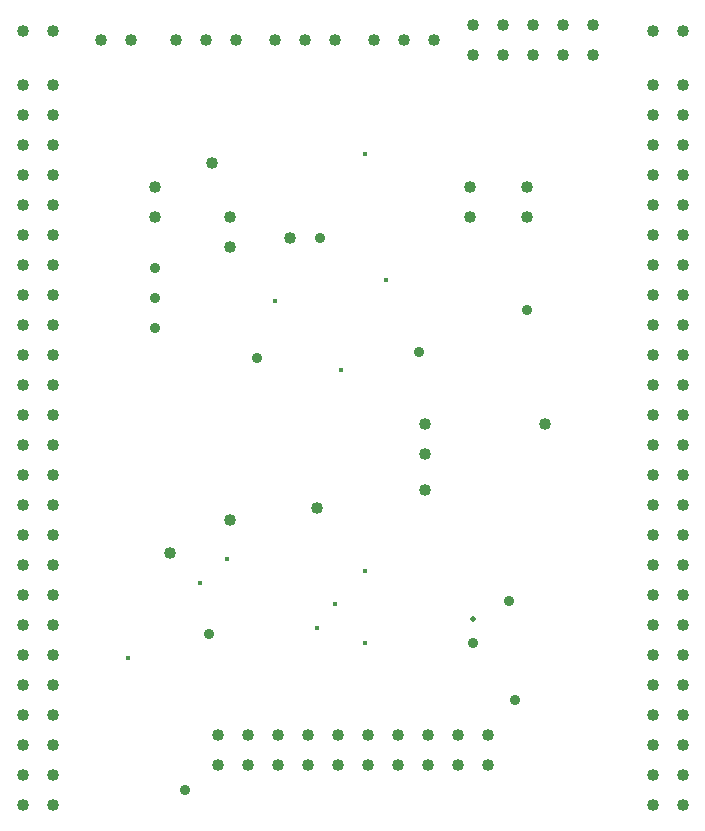
<source format=gbr>
G04 Generated by Ultiboard 13.0 *
%FSLAX25Y25*%
%MOIN*%

%ADD11C,0.04000*%
%ADD12C,0.03600*%
%ADD13C,0.01500*%
%ADD14C,0.02000*%
%ADD15C,0.03500*%


G04 ColorRGB 000000 for the following layer *
%LNDrill-Copper Top-Copper Bottom*%
%LPD*%
G54D11*
X391000Y183000D03*
X306000Y245000D03*
X366000Y252000D03*
X366000Y262000D03*
X315000Y155000D03*
X227000Y314000D03*
X217000Y314000D03*
X253000Y311000D03*
X243000Y311000D03*
X261000Y262000D03*
X261000Y252000D03*
X385000Y262000D03*
X385000Y252000D03*
X288000Y311000D03*
X278000Y311000D03*
X268000Y311000D03*
X351000Y183000D03*
X351000Y173000D03*
X321000Y311000D03*
X311000Y311000D03*
X301000Y311000D03*
X354000Y311000D03*
X344000Y311000D03*
X334000Y311000D03*
X351000Y161000D03*
X266000Y140000D03*
X372000Y79400D03*
X342000Y79400D03*
X352000Y79400D03*
X362000Y79400D03*
X322000Y79400D03*
X332000Y79400D03*
X312000Y79400D03*
X372000Y69400D03*
X342000Y69400D03*
X352000Y69400D03*
X362000Y69400D03*
X322000Y69400D03*
X332000Y69400D03*
X312000Y69400D03*
X292000Y79400D03*
X302000Y79400D03*
X282000Y79400D03*
X292000Y69400D03*
X302000Y69400D03*
X282000Y69400D03*
X387100Y306000D03*
X387100Y316000D03*
X407100Y306000D03*
X407100Y316000D03*
X397100Y306000D03*
X397100Y316000D03*
X367100Y316000D03*
X367100Y306000D03*
X377100Y306000D03*
X377100Y316000D03*
X227000Y146000D03*
X217000Y146000D03*
X227000Y86000D03*
X217000Y86000D03*
X227000Y66000D03*
X227000Y56000D03*
X227000Y76000D03*
X217000Y56000D03*
X217000Y66000D03*
X217000Y76000D03*
X227000Y116000D03*
X227000Y96000D03*
X227000Y106000D03*
X227000Y126000D03*
X227000Y136000D03*
X217000Y116000D03*
X217000Y106000D03*
X217000Y96000D03*
X217000Y136000D03*
X217000Y126000D03*
X227000Y276000D03*
X217000Y276000D03*
X227000Y216000D03*
X217000Y216000D03*
X227000Y206000D03*
X227000Y176000D03*
X227000Y156000D03*
X227000Y166000D03*
X227000Y196000D03*
X227000Y186000D03*
X217000Y166000D03*
X217000Y156000D03*
X217000Y176000D03*
X217000Y196000D03*
X217000Y186000D03*
X217000Y206000D03*
X227000Y236000D03*
X227000Y226000D03*
X227000Y256000D03*
X227000Y246000D03*
X227000Y266000D03*
X217000Y246000D03*
X217000Y226000D03*
X217000Y236000D03*
X217000Y256000D03*
X217000Y266000D03*
X227000Y286000D03*
X227000Y296000D03*
X217000Y286000D03*
X217000Y296000D03*
X427000Y56000D03*
X437000Y56000D03*
X427000Y66000D03*
X437000Y66000D03*
X427000Y76000D03*
X437000Y76000D03*
X427000Y86000D03*
X437000Y86000D03*
X427000Y96000D03*
X437000Y96000D03*
X437000Y146000D03*
X427000Y146000D03*
X437000Y116000D03*
X437000Y106000D03*
X437000Y126000D03*
X437000Y136000D03*
X427000Y116000D03*
X427000Y106000D03*
X427000Y136000D03*
X427000Y126000D03*
X437000Y276000D03*
X427000Y276000D03*
X437000Y216000D03*
X427000Y216000D03*
X437000Y206000D03*
X437000Y176000D03*
X437000Y156000D03*
X437000Y166000D03*
X437000Y196000D03*
X437000Y186000D03*
X427000Y166000D03*
X427000Y156000D03*
X427000Y176000D03*
X427000Y196000D03*
X427000Y186000D03*
X427000Y206000D03*
X437000Y236000D03*
X437000Y226000D03*
X437000Y256000D03*
X437000Y246000D03*
X437000Y266000D03*
X427000Y246000D03*
X427000Y226000D03*
X427000Y236000D03*
X427000Y256000D03*
X427000Y266000D03*
X437000Y286000D03*
X437000Y296000D03*
X427000Y286000D03*
X427000Y296000D03*
X427000Y314000D03*
X437000Y314000D03*
X280000Y270000D03*
X286000Y151000D03*
X286000Y242000D03*
X286000Y252000D03*
G54D12*
X295000Y205000D03*
X349000Y207000D03*
X316000Y245000D03*
X385000Y221000D03*
X381000Y91000D03*
X367000Y110000D03*
X379000Y124000D03*
X279000Y113000D03*
X271000Y61000D03*
G54D13*
X338000Y231000D03*
X331000Y273000D03*
X323000Y201000D03*
X276000Y130000D03*
X331000Y110000D03*
X285000Y138000D03*
X321000Y123000D03*
X315000Y115000D03*
X252000Y105000D03*
X331000Y134000D03*
X301000Y224000D03*
G54D14*
X367000Y118000D03*
G54D15*
X261000Y215000D03*
X261000Y235000D03*
X261000Y225000D03*

M02*

</source>
